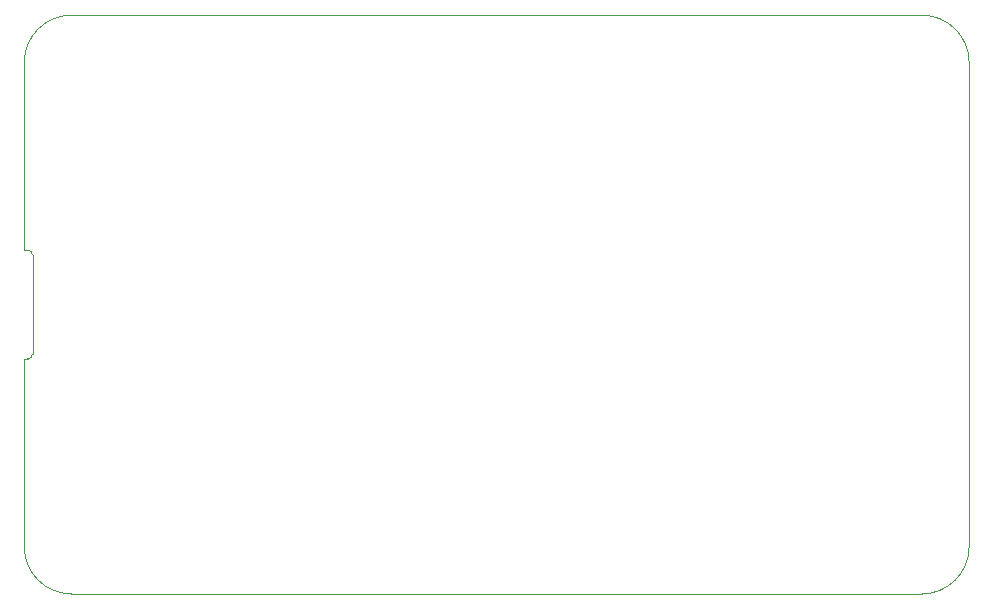
<source format=gm1>
G04 #@! TF.GenerationSoftware,KiCad,Pcbnew,5.0.0-rc3-6a2723a~65~ubuntu18.04.1*
G04 #@! TF.CreationDate,2018-07-21T07:19:33+00:00*
G04 #@! TF.ProjectId,glasgow,676C6173676F772E6B696361645F7063,rev?*
G04 #@! TF.SameCoordinates,Original*
G04 #@! TF.FileFunction,Profile,NP*
%FSLAX46Y46*%
G04 Gerber Fmt 4.6, Leading zero omitted, Abs format (unit mm)*
G04 Created by KiCad (PCBNEW 5.0.0-rc3-6a2723a~65~ubuntu18.04.1) date Sat Jul 21 07:19:33 2018*
%MOMM*%
%LPD*%
G01*
G04 APERTURE LIST*
%ADD10C,0.100000*%
G04 APERTURE END LIST*
D10*
X50300000Y-90900000D02*
G75*
G02X50700000Y-91300000I0J-400000D01*
G01*
X50700000Y-99700000D02*
G75*
G02X50300000Y-100100000I-400000J0D01*
G01*
X50000000Y-90900000D02*
X50000000Y-75000000D01*
X50000000Y-116000000D02*
X50000000Y-100100000D01*
X50300000Y-90900000D02*
X50000000Y-90900000D01*
X50700000Y-99700000D02*
X50700000Y-91300000D01*
X50000000Y-100100000D02*
X50300000Y-100100000D01*
X54000000Y-71000000D02*
X126000000Y-71000000D01*
X126000000Y-120000000D02*
X54000000Y-120000000D01*
X130000000Y-75000000D02*
X130000000Y-116000000D01*
X126000000Y-71000000D02*
G75*
G02X130000000Y-75000000I0J-4000000D01*
G01*
X50000000Y-75000000D02*
G75*
G02X54000000Y-71000000I4000000J0D01*
G01*
X54000000Y-120000000D02*
G75*
G02X50000000Y-116000000I0J4000000D01*
G01*
X130000000Y-116000000D02*
G75*
G02X126000000Y-120000000I-4000000J0D01*
G01*
M02*

</source>
